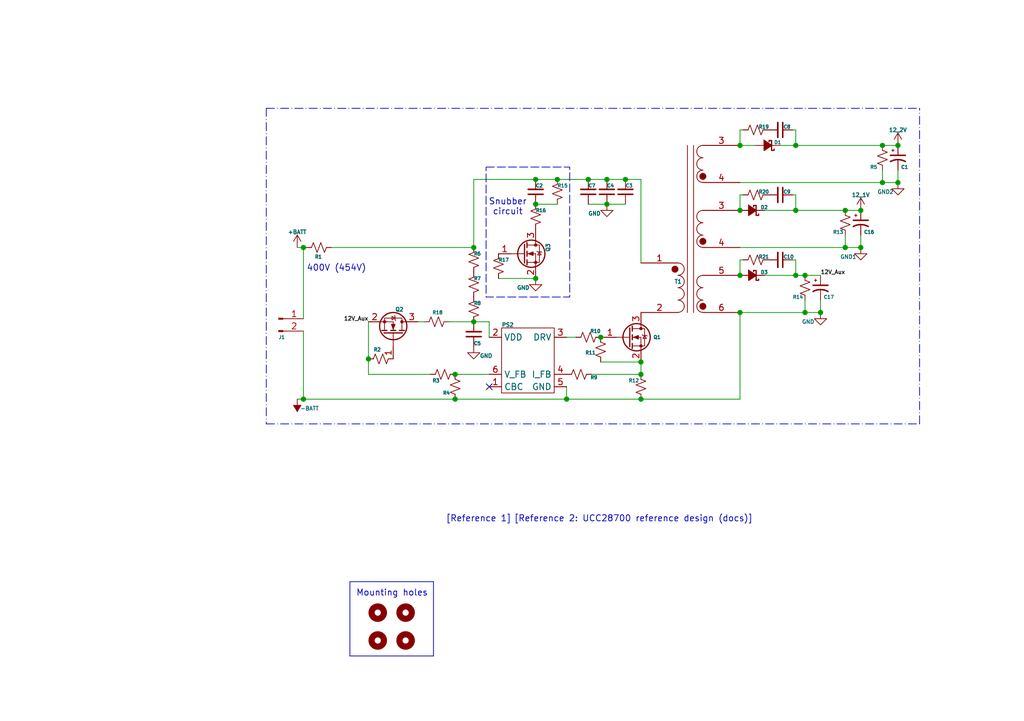
<source format=kicad_sch>
(kicad_sch (version 20231120) (generator "eeschema") (generator_version "8.0")
  (paper "A5")
  (title_block (title "DC-DC step down, flyback converter") (date "2024-07-25") (rev "v1.0") (comment 1 "400V (454V) --> 12V (14.4V)"))
  (lib_symbols
    (symbol "Connector:Conn_01x02_Male" (pin_names (offset 1.016) hide)
      (property "Reference" "J" (at 0 2.54 0))
      (property "Value" "Conn_01x02_Male" (at 0 -5.08 0))
      (symbol "Conn_01x02_Male_1_1"
        (polyline (pts (xy 1.27 -2.54) (xy 0.8636 -2.54)) (stroke (width 0.1524)))
        (polyline (pts (xy 1.27 0) (xy 0.8636 0)) (stroke (width 0.1524)))
        (rectangle (start 0.8636 -2.413) (end 0 -2.667) (stroke (width 0.1524)) (fill (type outline)))
        (rectangle (start 0.8636 0.127) (end 0 -0.127) (stroke (width 0.1524)) (fill (type outline)))
        (pin passive line (at 5.08 0 180) (length 3.81) (name "Pin_1") (number "1"))
        (pin passive line (at 5.08 -2.54 180) (length 3.81) (name "Pin_2") (number "2"))
      )
    )
    (symbol "Custom_symbols:Transformer_1P_2S" (pin_names (offset 1.016) hide)
      (property "Reference" "T" (at -1.905 12.065 0))
      (symbol "Transformer_1P_2S_0_1"
        (arc (start -1.905 0.0254) (mid -1.0211 0.3937) (end -0.635 1.27))
        (arc (start -1.905 2.5654) (mid -1.0211 2.9337) (end -0.635 3.81))
        (arc (start -1.905 5.1054) (mid -1.0211 5.4737) (end -0.635 6.35))
        (arc (start -1.905 7.6454) (mid -1.0211 8.0137) (end -0.635 8.89))
        (arc (start -0.635 1.27) (mid -1.007 2.168) (end -1.905 2.54))
        (arc (start -0.635 3.81) (mid -1.007 4.708) (end -1.905 5.08))
        (arc (start -0.635 6.35) (mid -1.007 7.248) (end -1.905 7.62))
        (arc (start -0.635 8.89) (mid -1.007 9.788) (end -1.905 10.16))
        (polyline (pts (xy 0 0) (xy 0 34.29)))
        (polyline (pts (xy 1.27 34.29) (xy 1.27 0)))
        (arc (start 1.9304 1.27) (mid 2.2949 0.3899) (end 3.175 0.0254))
        (arc (start 1.9304 3.81) (mid 2.2949 2.9299) (end 3.175 2.5654))
        (arc (start 1.9304 6.35) (mid 2.2949 5.4699) (end 3.175 5.1054))
        (arc (start 1.9304 14.605) (mid 2.2949 13.7249) (end 3.175 13.3604))
        (arc (start 1.9304 17.145) (mid 2.2949 16.2649) (end 3.175 15.9004))
        (arc (start 1.9304 19.685) (mid 2.2949 18.8049) (end 3.175 18.4404))
        (arc (start 1.9304 27.94) (mid 2.2949 27.0599) (end 3.175 26.6954))
        (arc (start 1.9304 30.48) (mid 2.2949 29.5999) (end 3.175 29.2354))
        (arc (start 1.9304 33.02) (mid 2.2949 32.1399) (end 3.175 31.7754))
        (arc (start 3.175 2.54) (mid 2.2808 2.1715) (end 1.9304 1.27))
        (arc (start 3.175 5.08) (mid 2.2808 4.7115) (end 1.9304 3.81))
        (arc (start 3.175 7.62) (mid 2.2808 7.2515) (end 1.9304 6.35))
        (arc (start 3.175 15.875) (mid 2.2808 15.5065) (end 1.9304 14.605))
        (arc (start 3.175 18.415) (mid 2.2808 18.0465) (end 1.9304 17.145))
        (arc (start 3.175 20.955) (mid 2.2808 20.5865) (end 1.9304 19.685))
        (arc (start 3.175 29.21) (mid 2.2808 28.8415) (end 1.9304 27.94))
        (arc (start 3.175 31.75) (mid 2.2808 31.3815) (end 1.9304 30.48))
        (arc (start 3.175 34.29) (mid 2.2808 33.9215) (end 1.9304 33.02))
      )
      (symbol "Transformer_1P_2S_1_1"
        (circle (center -2.54 8.89) (radius 0.635) (fill (type outline)))
        (circle (center 3.175 1.27) (radius 0.635) (fill (type outline)))
        (circle (center 3.175 14.605) (radius 0.635) (fill (type outline)))
        (circle (center 3.175 27.94) (radius 0.635) (fill (type outline)))
        (pin passive line (at -9.525 10.16 0) (length 7.62) (name "AA") (number "1"))
        (pin passive line (at -9.525 0 0) (length 7.62) (name "AB") (number "2"))
        (pin passive line (at 10.795 20.955 180) (length 7.62) (name "SA") (number "3"))
        (pin passive line (at 10.795 34.29 180) (length 7.62) (name "SA") (number "3"))
        (pin passive line (at 10.795 13.335 180) (length 7.62) (name "SB") (number "4"))
        (pin passive line (at 10.795 26.67 180) (length 7.62) (name "SB") (number "4"))
        (pin passive line (at 10.795 7.62 180) (length 7.62) (name "SC") (number "5"))
        (pin passive line (at 10.795 0 180) (length 7.62) (name "SD") (number "6"))
      )
    )
    (symbol "Custom_symbols:UCC28700"
      (property "Reference" "PS2" (at 1.27 0.635 0))
      (symbol "UCC28700_0_1"
        (rectangle (start 0 0) (end 10.795 -13.335))
      )
      (symbol "UCC28700_1_1"
        (pin input line (at -2.54 -12.065 0) (length 2.54) (name "CBC") (number "1"))
        (pin power_in line (at -2.54 -1.905 0) (length 2.54) (name "VDD") (number "2"))
        (pin output line (at 13.335 -1.905 180) (length 2.54) (name "DRV") (number "3"))
        (pin input line (at 13.335 -9.525 180) (length 2.54) (name "I_FB") (number "4"))
        (pin power_in line (at 13.335 -12.065 180) (length 2.54) (name "GND") (number "5"))
        (pin input line (at -2.54 -9.525 0) (length 2.54) (name "V_FB") (number "6"))
      )
    )
    (symbol "Device:C_Polarized_Small_US" (pin_numbers hide) (pin_names (offset 0.254) hide)
      (property "Reference" "C" (at 0.254 1.778 0))
      (property "Value" "C_Polarized_Small_US" (at 0.254 -2.032 0))
      (symbol "C_Polarized_Small_US_0_1"
        (polyline (pts (xy -1.524 0.508) (xy 1.524 0.508)) (stroke (width 0.3048)))
        (polyline (pts (xy -1.27 1.524) (xy -0.762 1.524)))
        (polyline (pts (xy -1.016 1.27) (xy -1.016 1.778)))
        (arc (start 1.524 -0.762) (mid 0 -0.3734) (end -1.524 -0.762) (stroke (width 0.3048)))
      )
      (symbol "C_Polarized_Small_US_1_1"
        (pin passive line (at 0 2.54 270) (length 2.032) (name "~") (number "1"))
        (pin passive line (at 0 -2.54 90) (length 2.032) (name "~") (number "2"))
      )
    )
    (symbol "Device:C_Small" (pin_numbers hide) (pin_names (offset 0.254) hide)
      (property "Reference" "C" (at 0.254 1.778 0))
      (property "Value" "C_Small" (at 0.254 -2.032 0))
      (symbol "C_Small_0_1"
        (polyline (pts (xy -1.524 -0.508) (xy 1.524 -0.508)) (stroke (width 0.3302)))
        (polyline (pts (xy -1.524 0.508) (xy 1.524 0.508)) (stroke (width 0.3048)))
      )
      (symbol "C_Small_1_1"
        (pin passive line (at 0 2.54 270) (length 2.032) (name "~") (number "1"))
        (pin passive line (at 0 -2.54 90) (length 2.032) (name "~") (number "2"))
      )
    )
    (symbol "Device:D_Schottky_Small_Filled" (pin_numbers hide) (pin_names (offset 0.254) hide)
      (property "Reference" "D" (at -1.27 2.032 0))
      (property "Value" "D_Schottky_Small_Filled" (at -7.112 -2.032 0))
      (symbol "D_Schottky_Small_Filled_0_1"
        (polyline (pts (xy -0.762 0) (xy 0.762 0)))
        (polyline (pts (xy 0.762 -1.016) (xy -0.762 0) (xy 0.762 1.016) (xy 0.762 -1.016)) (stroke (width 0.254)) (fill (type outline)))
        (polyline (pts (xy -1.27 0.762) (xy -1.27 1.016) (xy -0.762 1.016) (xy -0.762 -1.016) (xy -0.254 -1.016) (xy -0.254 -0.762)) (stroke (width 0.254)))
      )
      (symbol "D_Schottky_Small_Filled_1_1"
        (pin passive line (at -2.54 0 0) (length 1.778) (name "K") (number "1"))
        (pin passive line (at 2.54 0 180) (length 1.778) (name "A") (number "2"))
      )
    )
    (symbol "Device:Q_NMOS_GSD" (pin_names (offset 0) hide)
      (property "Reference" "Q" (at 5.08 1.27 0))
      (property "Value" "Q_NMOS_GSD" (at 5.08 -1.27 0))
      (symbol "Q_NMOS_GSD_0_1"
        (polyline (pts (xy 0.254 0) (xy -2.54 0)))
        (polyline (pts (xy 0.254 1.905) (xy 0.254 -1.905)) (stroke (width 0.254)))
        (polyline (pts (xy 0.762 -1.27) (xy 0.762 -2.286)) (stroke (width 0.254)))
        (polyline (pts (xy 0.762 0.508) (xy 0.762 -0.508)) (stroke (width 0.254)))
        (polyline (pts (xy 0.762 2.286) (xy 0.762 1.27)) (stroke (width 0.254)))
        (polyline (pts (xy 2.54 2.54) (xy 2.54 1.778)))
        (polyline (pts (xy 2.54 -2.54) (xy 2.54 0) (xy 0.762 0)))
        (polyline (pts (xy 0.762 -1.778) (xy 3.302 -1.778) (xy 3.302 1.778) (xy 0.762 1.778)))
        (polyline (pts (xy 1.016 0) (xy 2.032 0.381) (xy 2.032 -0.381) (xy 1.016 0)) (fill (type outline)))
        (polyline (pts (xy 2.794 0.508) (xy 2.921 0.381) (xy 3.683 0.381) (xy 3.81 0.254)))
        (polyline (pts (xy 3.302 0.381) (xy 2.921 -0.254) (xy 3.683 -0.254) (xy 3.302 0.381)))
        (circle (center 1.651 0) (radius 2.794) (stroke (width 0.254)))
        (circle (center 2.54 -1.778) (radius 0.254) (fill (type outline)))
        (circle (center 2.54 1.778) (radius 0.254) (fill (type outline)))
      )
      (symbol "Q_NMOS_GSD_1_1"
        (pin input line (at -5.08 0 0) (length 2.54) (name "G") (number "1"))
        (pin passive line (at 2.54 -5.08 90) (length 2.54) (name "S") (number "2"))
        (pin passive line (at 2.54 5.08 270) (length 2.54) (name "D") (number "3"))
      )
    )
    (symbol "Device:R_Small_US" (pin_numbers hide) (pin_names (offset 0.254) hide)
      (property "Reference" "R" (at 0.762 0.508 0))
      (property "Value" "R_Small_US" (at 0.762 -1.016 0))
      (symbol "R_Small_US_1_1"
        (polyline (pts (xy 0 0) (xy 1.016 -0.381) (xy 0 -0.762) (xy -1.016 -1.143) (xy 0 -1.524)))
        (polyline (pts (xy 0 1.524) (xy 1.016 1.143) (xy 0 0.762) (xy -1.016 0.381) (xy 0 0)))
        (pin passive line (at 0 2.54 270) (length 1.016) (name "~") (number "1"))
        (pin passive line (at 0 -2.54 90) (length 1.016) (name "~") (number "2"))
      )
    )
    (symbol "Mechanical:MountingHole" (pin_names (offset 1.016))
      (property "Reference" "H" (at 0 5.08 0))
      (property "Value" "MountingHole" (at 0 3.175 0))
      (symbol "MountingHole_0_1"
        (circle (center 0 0) (radius 1.27) (stroke (width 1.27)))
      )
    )
    (symbol "power:+12V" (power) (pin_names (offset 0))
      (property "Value" "+12V" (at 0 3.556 0))
      (symbol "+12V_0_1"
        (polyline (pts (xy -0.762 1.27) (xy 0 2.54)))
        (polyline (pts (xy 0 0) (xy 0 2.54)))
        (polyline (pts (xy 0 2.54) (xy 0.762 1.27)))
      )
      (symbol "+12V_1_1"
        (pin power_in line (at 0 0 90) (length 0) hide (name "+12V") (number "1"))
      )
    )
    (symbol "power:+BATT" (power) (pin_names (offset 0))
      (property "Value" "+BATT" (at 0 3.556 0))
      (symbol "+BATT_0_1"
        (polyline (pts (xy -0.762 1.27) (xy 0 2.54)))
        (polyline (pts (xy 0 0) (xy 0 2.54)))
        (polyline (pts (xy 0 2.54) (xy 0.762 1.27)))
      )
      (symbol "+BATT_1_1"
        (pin power_in line (at 0 0 90) (length 0) hide (name "+BATT") (number "1"))
      )
    )
    (symbol "power:-BATT" (power) (pin_names (offset 0))
      (property "Value" "-BATT" (at 0 3.556 0))
      (symbol "-BATT_0_1"
        (polyline (pts (xy 0 0) (xy 0 2.54)))
        (polyline (pts (xy 0.762 1.27) (xy -0.762 1.27) (xy 0 2.54) (xy 0.762 1.27)) (fill (type outline)))
      )
      (symbol "-BATT_1_1"
        (pin power_in line (at 0 0 90) (length 0) hide (name "-BATT") (number "1"))
      )
    )
    (symbol "power:GND1" (power) (pin_names (offset 0))
      (property "Value" "GND1" (at 0 -3.81 0))
      (symbol "GND1_0_1"
        (polyline (pts (xy 0 0) (xy 0 -1.27) (xy 1.27 -1.27) (xy 0 -2.54) (xy -1.27 -1.27) (xy 0 -1.27)))
      )
      (symbol "GND1_1_1"
        (pin power_in line (at 0 0 270) (length 0) hide (name "GND1") (number "1"))
      )
    )
  )
  (junction (at 131.445 74.295))
  (junction (at 97.155 50.8))
  (junction (at 173.355 50.8))
  (junction (at 151.765 64.135))
  (junction (at 184.15 37.465))
  (junction (at 165.1 56.515))
  (junction (at 116.205 81.915))
  (junction (at 151.765 56.515))
  (junction (at 176.53 43.18))
  (junction (at 62.23 81.915))
  (junction (at 176.53 50.8))
  (junction (at 109.855 36.83))
  (junction (at 180.975 29.845))
  (junction (at 151.765 29.845))
  (junction (at 97.155 66.04))
  (junction (at 180.975 37.465))
  (junction (at 184.15 29.845))
  (junction (at 109.855 57.15))
  (junction (at 151.765 43.18))
  (junction (at 165.1 64.135))
  (junction (at 75.565 73.66))
  (junction (at 124.46 41.91))
  (junction (at 93.345 76.835))
  (junction (at 62.23 50.8))
  (junction (at 124.46 36.83))
  (junction (at 109.855 41.91))
  (junction (at 128.27 36.83))
  (junction (at 163.195 29.845))
  (junction (at 131.445 81.915))
  (junction (at 131.445 76.835))
  (junction (at 168.275 64.135))
  (junction (at 123.19 69.215))
  (junction (at 163.195 56.515))
  (junction (at 114.3 36.83))
  (junction (at 163.195 43.18))
  (junction (at 173.355 43.18))
  (junction (at 120.65 36.83))
  (junction (at 93.345 81.915))
  (no_connect (at 100.33 79.375))
  (wire (pts (xy 131.445 36.83) (xy 131.445 53.975)))
  (wire (pts (xy 184.15 37.465) (xy 180.975 37.465)))
  (wire (pts (xy 163.195 40.005) (xy 163.195 43.18)))
  (wire (pts (xy 124.46 41.91) (xy 128.27 41.91)))
  (wire (pts (xy 97.155 66.04) (xy 100.33 66.04)))
  (wire (pts (xy 62.865 50.8) (xy 62.23 50.8)))
  (wire (pts (xy 151.765 53.34) (xy 152.4 53.34)))
  (wire (pts (xy 75.565 66.04) (xy 75.565 73.66)))
  (wire (pts (xy 151.765 40.005) (xy 152.4 40.005)))
  (wire (pts (xy 128.27 36.83) (xy 131.445 36.83)))
  (polyline (pts (xy 71.755 119.38) (xy 71.755 134.62)))
  (wire (pts (xy 62.23 50.8) (xy 62.23 65.405)))
  (wire (pts (xy 163.195 53.34) (xy 163.195 56.515)))
  (polyline (pts (xy 54.61 22.225) (xy 188.595 22.225)) (stroke (width 0) (type dash_dot)))
  (wire (pts (xy 176.53 43.18) (xy 173.355 43.18)))
  (wire (pts (xy 85.725 66.04) (xy 86.995 66.04)))
  (wire (pts (xy 184.15 29.845) (xy 180.975 29.845)))
  (wire (pts (xy 151.765 40.005) (xy 151.765 43.18)))
  (wire (pts (xy 176.53 48.26) (xy 176.53 50.8)))
  (polyline (pts (xy 71.755 134.62) (xy 88.9 134.62)))
  (wire (pts (xy 151.765 64.135) (xy 165.1 64.135)))
  (wire (pts (xy 124.46 36.83) (xy 128.27 36.83)))
  (wire (pts (xy 120.65 36.83) (xy 124.46 36.83)))
  (wire (pts (xy 162.56 26.67) (xy 163.195 26.67)))
  (wire (pts (xy 165.1 56.515) (xy 168.275 56.515)))
  (wire (pts (xy 131.445 81.915) (xy 151.765 81.915)))
  (polyline (pts (xy 54.61 86.995) (xy 188.595 86.995)) (stroke (width 0) (type dash_dot)))
  (polyline (pts (xy 188.595 86.995) (xy 188.595 22.225)) (stroke (width 0) (type dash_dot)))
  (wire (pts (xy 100.33 66.04) (xy 100.33 69.215)))
  (wire (pts (xy 154.94 29.845) (xy 151.765 29.845)))
  (wire (pts (xy 121.285 76.835) (xy 131.445 76.835)))
  (wire (pts (xy 163.195 29.845) (xy 160.02 29.845)))
  (wire (pts (xy 173.355 43.18) (xy 163.195 43.18)))
  (polyline (pts (xy 88.9 134.62) (xy 88.9 119.38)))
  (wire (pts (xy 131.445 74.295) (xy 131.445 76.835)))
  (wire (pts (xy 162.56 40.005) (xy 163.195 40.005)))
  (wire (pts (xy 162.56 53.34) (xy 163.195 53.34)))
  (wire (pts (xy 123.19 69.215) (xy 123.825 69.215)))
  (wire (pts (xy 93.345 76.835) (xy 100.33 76.835)))
  (wire (pts (xy 109.855 41.91) (xy 114.3 41.91)))
  (wire (pts (xy 75.565 76.835) (xy 88.265 76.835)))
  (wire (pts (xy 102.235 57.15) (xy 109.855 57.15)))
  (wire (pts (xy 92.075 66.04) (xy 97.155 66.04)))
  (wire (pts (xy 62.23 67.945) (xy 62.23 81.915)))
  (wire (pts (xy 97.155 36.83) (xy 109.855 36.83)))
  (wire (pts (xy 123.19 74.295) (xy 131.445 74.295)))
  (wire (pts (xy 151.765 26.67) (xy 151.765 29.845)))
  (wire (pts (xy 75.565 73.66) (xy 75.565 76.835)))
  (wire (pts (xy 60.96 81.915) (xy 62.23 81.915)))
  (wire (pts (xy 151.765 53.34) (xy 151.765 56.515)))
  (wire (pts (xy 116.205 79.375) (xy 116.205 81.915)))
  (wire (pts (xy 156.845 56.515) (xy 163.195 56.515)))
  (polyline (pts (xy 71.755 119.38) (xy 88.9 119.38)))
  (wire (pts (xy 176.53 50.8) (xy 173.355 50.8)))
  (wire (pts (xy 151.765 26.67) (xy 152.4 26.67)))
  (wire (pts (xy 180.975 29.845) (xy 163.195 29.845)))
  (wire (pts (xy 151.765 64.135) (xy 151.765 81.915)))
  (wire (pts (xy 163.195 43.18) (xy 156.845 43.18)))
  (wire (pts (xy 62.23 50.8) (xy 60.96 50.8)))
  (wire (pts (xy 97.155 36.83) (xy 97.155 50.8)))
  (wire (pts (xy 168.275 61.595) (xy 168.275 64.135)))
  (wire (pts (xy 151.765 50.8) (xy 173.355 50.8)))
  (polyline (pts (xy 54.61 22.225) (xy 54.61 86.995)) (stroke (width 0) (type dash_dot)))
  (wire (pts (xy 180.975 34.925) (xy 180.975 37.465)))
  (wire (pts (xy 109.855 36.83) (xy 114.3 36.83)))
  (wire (pts (xy 165.1 64.135) (xy 168.275 64.135)))
  (wire (pts (xy 151.765 37.465) (xy 180.975 37.465)))
  (wire (pts (xy 114.3 36.83) (xy 120.65 36.83)))
  (wire (pts (xy 184.15 34.925) (xy 184.15 37.465)))
  (wire (pts (xy 120.65 41.91) (xy 124.46 41.91)))
  (wire (pts (xy 62.23 81.915) (xy 93.345 81.915)))
  (wire (pts (xy 118.11 69.215) (xy 116.205 69.215)))
  (wire (pts (xy 163.195 26.67) (xy 163.195 29.845)))
  (wire (pts (xy 93.345 81.915) (xy 116.205 81.915)))
  (wire (pts (xy 163.195 56.515) (xy 165.1 56.515)))
  (wire (pts (xy 165.1 61.595) (xy 165.1 64.135)))
  (wire (pts (xy 67.945 50.8) (xy 97.155 50.8)))
  (wire (pts (xy 116.205 81.915) (xy 131.445 81.915)))
  (wire (pts (xy 173.355 48.26) (xy 173.355 50.8)))
  (rectangle (start 99.695 34.29) (end 116.84 60.96) (stroke (width 0) (type dash)))
  (text "400V (454V)" (at 62.865 55.88 0) (effects (font (size 1.27 1.27)) (justify left bottom)))
  (text "[Reference 2: UCC28700 reference design (docs)]" (at 105.41 107.315 0) (effects (font (size 1.27 1.27)) (justify left bottom)))
  (text "[Reference 1]" (at 91.44 107.315 0) (effects (font (size 1.27 1.27)) (justify left bottom)))
  (text "Mounting holes" (at 73.025 122.555 0) (effects (font (size 1.27 1.27)) (justify left bottom)))
  (text "Snubber\ncircuit" (at 104.14 42.545 0) (effects (font (size 1.27 1.27))))
  (label "12V_Aux" (at 168.275 56.515 0) (effects (font (size 0.8 0.8))))
  (label "12V_Aux" (at 75.565 66.04 180) (effects (font (size 0.8 0.8))))
  (symbol (lib_id "Device:C_Small") (at 109.855 39.37 180) (unit 1)
    (property "Reference" "C2" (at 109.855 38.1 0) (effects (font (size 0.7 0.7)) (justify right)))
    (property "Value" "10pF 10V" (effects (hide yes)))
    (property "Footprint" "Capacitor_SMD:C_0805_2012Metric" (effects (hide yes)))
  )
  (symbol (lib_id "Device:R_Small_US") (at 180.975 32.385 0) (unit 1)
    (property "Reference" "R5" (at 178.435 34.29 0) (effects (font (size 0.7 0.7)) (justify left)))
    (property "Value" "100R 0.125W" (effects (hide yes)))
    (property "Footprint" "Resistor_SMD:R_0805_2012Metric" (effects (hide yes)))
  )
  (symbol (lib_id "Device:R_Small_US") (at 131.445 79.375 0) (unit 1)
    (property "Reference" "R12" (at 128.905 78.105 0) (effects (font (size 0.7 0.7)) (justify left)))
    (property "Value" "0.400E, 1W, 1206" (effects (hide yes)))
    (property "Footprint" "Resistor_SMD:R_1206_3216Metric" (effects (hide yes)))
  )
  (symbol (lib_id "Device:R_Small_US") (at 93.345 79.375 0) (unit 1)
    (property "Reference" "R4" (at 90.805 80.645 0) (effects (font (size 0.7 0.7)) (justify left)))
    (property "Value" "28K, 0.100W, 0402" (effects (hide yes)))
    (property "Footprint" "Resistor_SMD:R_0402_1005Metric" (effects (hide yes)))
  )
  (symbol (lib_id "Device:C_Small") (at 160.02 40.005 270) (unit 1)
    (property "Reference" "C9" (at 160.655 39.37 90) (effects (font (size 0.7 0.7)) (justify left)))
    (property "Value" "10uF 630V" (effects (hide yes)))
    (property "Footprint" "Capacitor_SMD:C_1210_3225Metric" (effects (hide yes)))
  )
  (symbol (lib_id "Device:C_Small") (at 124.46 39.37 180) (unit 1)
    (property "Reference" "C4" (at 124.46 38.1 0) (effects (font (size 0.7 0.7)) (justify right)))
    (property "Value" "10uF 630V" (effects (hide yes)))
    (property "Footprint" "Capacitor_SMD:C_1210_3225Metric" (effects (hide yes)))
  )
  (symbol (lib_id "power:GND1") (at 124.46 41.91 0) (mirror y) (unit 1)
    (property "Reference" "#PWR08" (effects (hide yes)))
    (property "Value" "GND" (at 121.92 43.815 0) (effects (font (size 0.8 0.8))))
  )
  (symbol (lib_id "power:-BATT") (at 60.96 81.915 180) (unit 1)
    (property "Reference" "#PWR04" (effects (hide yes)))
    (property "Value" "-BATT" (at 63.5 83.82 0) (effects (font (size 0.8 0.8))))
  )
  (symbol (lib_id "power:GND1") (at 97.155 71.12 0) (mirror y) (unit 1)
    (property "Reference" "#PWR07" (effects (hide yes)))
    (property "Value" "GND" (at 99.695 73.025 0) (effects (font (size 0.8 0.8))))
  )
  (symbol (lib_id "Device:Q_NMOS_GSD") (at 128.905 69.215 0) (unit 1)
    (property "Reference" "Q1" (at 133.985 69.215 0) (effects (font (size 0.7 0.7)) (justify left)))
    (property "Value" "1200V 0.5A NMOS" (effects (hide yes)))
    (property "Footprint" "Custom_footprints:SiC - NTBG1000N170M1" (effects (hide yes)))
    (property "Vendor" "https://in.element14.com/onsemi/ntbg1000n170m1/sic-mosfet-n-ch-1-7kv-4-3a-d2pak/dp/4244651" (effects (hide yes)))
    (property "MPN" "ntbg1000n170m1" (effects (hide yes)))
  )
  (symbol (lib_id "power:+12V") (at 184.15 29.845 0) (unit 1)
    (property "Reference" "#PWR01" (effects (hide yes)))
    (property "Value" "12_2V" (at 184.15 26.67 0) (effects (font (size 0.8 0.8))))
  )
  (symbol (lib_id "Mechanical:MountingHole") (at 77.47 131.445 0) (unit 1) (in_bom no)
    (property "Reference" "H2" (effects (hide yes)))
    (property "Value" "MountingHole" (effects (hide yes)))
    (property "Footprint" "MountingHole:MountingHole_2.2mm_M2_Pad_Via" (effects (hide yes)))
  )
  (symbol (lib_id "Device:R_Small_US") (at 154.94 53.34 270) (unit 1)
    (property "Reference" "R21" (at 155.575 52.705 90) (effects (font (size 0.7 0.7)) (justify left)))
    (property "Value" "453K" (effects (hide yes)))
    (property "Footprint" "Resistor_SMD:R_0805_2012Metric" (effects (hide yes)))
    (property "Vendor" "https://in.element14.com/koa/rk73h2attd4533f/res-453k-1-0-25w-0805/dp/3542796" (effects (hide yes)))
  )
  (symbol (lib_id "Device:R_Small_US") (at 154.94 26.67 270) (unit 1)
    (property "Reference" "R19" (at 155.575 26.035 90) (effects (font (size 0.7 0.7)) (justify left)))
    (property "Value" "453K" (effects (hide yes)))
    (property "Footprint" "Resistor_SMD:R_0805_2012Metric" (effects (hide yes)))
    (property "Vendor" "https://in.element14.com/koa/rk73h2attd4533f/res-453k-1-0-25w-0805/dp/3542796" (effects (hide yes)))
  )
  (symbol (lib_id "Device:R_Small_US") (at 78.105 73.66 90) (unit 1)
    (property "Reference" "R2" (at 78.105 71.755 90) (effects (font (size 0.7 0.7)) (justify left)))
    (property "Value" "453K" (effects (hide yes)))
    (property "Footprint" "Resistor_SMD:R_0805_2012Metric" (effects (hide yes)))
    (property "Vendor" "https://in.element14.com/koa/rk73h2attd4533f/res-453k-1-0-25w-0805/dp/3542796" (effects (hide yes)))
  )
  (symbol (lib_id "Device:R_Small_US") (at 97.155 63.5 0) (mirror x) (unit 1)
    (property "Reference" "R8" (at 97.155 62.23 0) (effects (font (size 0.7 0.7)) (justify left)))
    (property "Value" "2M 0.125W" (effects (hide yes)))
    (property "Footprint" "Resistor_SMD:R_1206_3216Metric" (effects (hide yes)))
    (property "Vendor" "https://in.element14.com/walsin/wr12w2004ftl/res-2m-1-0-25w-1206-thick-film/dp/2668302" (effects (hide yes)))
    (property "MPN" "wr12w2004ftl" (effects (hide yes)))
  )
  (symbol (lib_id "Device:R_Small_US") (at 123.19 71.755 0) (unit 1)
    (property "Reference" "R11" (at 120.015 72.39 0) (effects (font (size 0.7 0.7)) (justify left)))
    (property "Value" "10K" (effects (hide yes)))
    (property "Footprint" "Resistor_SMD:R_0805_2012Metric" (effects (hide yes)))
  )
  (symbol (lib_id "Device:D_Schottky_Small_Filled") (at 154.305 43.18 180) (unit 1)
    (property "Reference" "D2" (at 157.48 42.545 0) (effects (font (size 0.7 0.7)) (justify left)))
    (property "Value" "25V 2.5A" (effects (hide yes)))
    (property "Footprint" "Custom_footprints:DO-220AA" (effects (hide yes)))
    (property "Vendor" "https://in.element14.com/vishay/v3pm10-m3-h/schottky-rectifier-100v-3a-smp/dp/3774969" (effects (hide yes)))
  )
  (symbol (lib_id "Device:R_Small_US") (at 90.805 76.835 90) (unit 1)
    (property "Reference" "R3" (at 90.17 78.105 90) (effects (font (size 0.7 0.7)) (justify left)))
    (property "Value" "113K, 0.100W, 0402" (effects (hide yes)))
    (property "Footprint" "Resistor_SMD:R_0402_1005Metric" (effects (hide yes)))
  )
  (symbol (lib_id "power:+BATT") (at 60.96 50.8 0) (unit 1)
    (property "Reference" "#PWR03" (effects (hide yes)))
    (property "Value" "+BATT" (at 60.96 47.625 0) (effects (font (size 0.8 0.8))))
  )
  (symbol (lib_id "Device:D_Schottky_Small_Filled") (at 157.48 29.845 180) (unit 1)
    (property "Reference" "D1" (at 158.75 29.21 0) (effects (font (size 0.7 0.7)) (justify right)))
    (property "Value" "25V 2.5A" (effects (hide yes)))
    (property "Footprint" "Custom_footprints:DO-220AA" (effects (hide yes)))
    (property "Vendor" "https://in.element14.com/vishay/v3pm10-m3-h/schottky-rectifier-100v-3a-smp/dp/3774969" (effects (hide yes)))
  )
  (symbol (lib_id "Device:R_Small_US") (at 154.94 40.005 270) (unit 1)
    (property "Reference" "R20" (at 155.575 39.37 90) (effects (font (size 0.7 0.7)) (justify left)))
    (property "Value" "453K" (effects (hide yes)))
    (property "Footprint" "Resistor_SMD:R_0805_2012Metric" (effects (hide yes)))
    (property "Vendor" "https://in.element14.com/koa/rk73h2attd4533f/res-453k-1-0-25w-0805/dp/3542796" (effects (hide yes)))
  )
  (symbol (lib_id "Device:C_Small") (at 160.02 53.34 270) (unit 1)
    (property "Reference" "C10" (at 160.655 52.705 90) (effects (font (size 0.7 0.7)) (justify left)))
    (property "Value" "10uF 630V" (effects (hide yes)))
    (property "Footprint" "Capacitor_SMD:C_1210_3225Metric" (effects (hide yes)))
  )
  (symbol (lib_id "Custom_symbols:UCC28700") (at 102.87 67.31 0) (unit 1)
    (property "Reference" "PS2" (at 104.14 66.675 0) (effects (font (size 0.8 0.8))))
    (property "Value" "UCC28700" (effects (hide yes)))
    (property "Footprint" "Package_TO_SOT_SMD:SOT-23-6" (effects (hide yes)))
    (property "Datasheet" "https://www.ti.com/lit/ds/symlink/ucc28700.pdf?ts=1707815295454&ref_url=https%253A%252F%252Fwww.ti.com%252Fproduct%252FUCC28700" (effects (hide yes)))
    (property "MPN" "ucc28700cbvt" (effects (hide yes)))
  )
  (symbol (lib_id "Device:Q_NMOS_GSD") (at 107.315 52.07 0) (unit 1)
    (property "Reference" "Q3" (at 112.395 50.8 90) (effects (font (size 0.8 0.8))))
    (property "Value" "NMOS 1200V 0.1A" (effects (hide yes)))
    (property "Description" "N-MOSFET transistor, gate/source/drain" (effects (hide yes)))
    (property "Vendor" "https://in.element14.com/littelfuse/ixty02n120p/mosfet-n-ch-1-2kv-0-2a-to-252/dp/3771796" (effects (hide yes)))
    (property "MPN" "ixty02n120p" (effects (hide yes)))
  )
  (symbol (lib_id "Device:R_Small_US") (at 114.3 39.37 0) (mirror y) (unit 1)
    (property "Reference" "R15" (at 114.3 38.1 0) (effects (font (size 0.7 0.7)) (justify right)))
    (property "Value" "453K" (effects (hide yes)))
    (property "Footprint" "Resistor_SMD:R_0805_2012Metric" (effects (hide yes)))
    (property "Vendor" "https://in.element14.com/koa/rk73h2attd4533f/res-453k-1-0-25w-0805/dp/3542796" (effects (hide yes)))
  )
  (symbol (lib_id "Device:R_Small_US") (at 65.405 50.8 90) (unit 1)
    (property "Reference" "R1" (at 66.04 52.705 90) (effects (font (size 0.7 0.7)) (justify left)))
    (property "Value" "15E 1W 1206" (effects (hide yes)))
    (property "Footprint" "Resistor_SMD:R_1206_3216Metric" (effects (hide yes)))
  )
  (symbol (lib_id "Device:R_Small_US") (at 118.745 76.835 90) (unit 1)
    (property "Reference" "R9" (at 122.555 77.47 90) (effects (font (size 0.7 0.7)) (justify left)))
    (property "Value" "7.15K, 0.0625W, 0402" (effects (hide yes)))
    (property "Footprint" "Resistor_SMD:R_0402_1005Metric" (effects (hide yes)))
  )
  (symbol (lib_id "Device:R_Small_US") (at 120.65 69.215 90) (unit 1)
    (property "Reference" "R10" (at 123.19 67.945 90) (effects (font (size 0.7 0.7)) (justify left)))
    (property "Value" "10R 0.125W" (effects (hide yes)))
    (property "Footprint" "Resistor_SMD:R_0805_2012Metric" (effects (hide yes)))
  )
  (symbol (lib_id "Mechanical:MountingHole") (at 83.185 131.445 0) (unit 1) (in_bom no)
    (property "Reference" "H4" (effects (hide yes)))
    (property "Value" "MountingHole" (effects (hide yes)))
    (property "Footprint" "MountingHole:MountingHole_2.2mm_M2_Pad_Via" (effects (hide yes)))
  )
  (symbol (lib_id "Device:R_Small_US") (at 173.355 45.72 0) (unit 1)
    (property "Reference" "R13" (at 170.815 47.625 0) (effects (font (size 0.7 0.7)) (justify left)))
    (property "Value" "100R 0.125W" (effects (hide yes)))
    (property "Footprint" "Resistor_SMD:R_0805_2012Metric" (effects (hide yes)))
  )
  (symbol (lib_id "power:+12V") (at 176.53 43.18 0) (unit 1)
    (property "Reference" "#PWR031" (effects (hide yes)))
    (property "Value" "12_1V" (at 176.53 40.005 0) (effects (font (size 0.8 0.8))))
  )
  (symbol (lib_id "Device:R_Small_US") (at 97.155 53.34 0) (mirror x) (unit 1)
    (property "Reference" "R6" (at 97.155 52.07 0) (effects (font (size 0.7 0.7)) (justify left)))
    (property "Value" "1M 0.125W 1206" (effects (hide yes)))
    (property "Footprint" "Resistor_SMD:R_1206_3216Metric" (effects (hide yes)))
    (property "Vendor" "https://in.element14.com/multicomp-pro/mcwr12x105-jtl/res-thick-film-1m-5-0-25w-1206/dp/2695121" (effects (hide yes)))
    (property "MPN" "mcwr12x105-jtl" (effects (hide yes)))
  )
  (symbol (lib_id "Device:C_Small") (at 97.155 68.58 180) (unit 1)
    (property "Reference" "C5" (at 97.155 70.485 0) (effects (font (size 0.7 0.7)) (justify right)))
    (property "Value" "0.1uF 630V" (effects (hide yes)))
    (property "Footprint" "Capacitor_SMD:C_1210_3225Metric" (effects (hide yes)))
    (property "Vendor" "https://in.element14.com/samsung-electro-mechanics/cl31b225kchsnne/cap-2-2uf-100v-mlcc-1206/dp/3013529" (effects (hide yes)))
  )
  (symbol (lib_id "Connector:Conn_01x02_Male") (at 57.15 65.405 0) (unit 1)
    (property "Reference" "J1" (at 57.785 69.215 0) (effects (font (size 0.7 0.7))))
    (property "Value" "2pin JST P2.0mm horizontal" (effects (hide yes)))
    (property "Footprint" "Connector_JST:JST_PH_S2B-PH-K_1x02_P2.00mm_Horizontal" (effects (hide yes)))
    (property "Datasheet" "https://www.sunrom.com/p/2-pin-jst-ph-20mm-smt-header-horizontal-right-angle-side-entry" (effects (hide yes)))
    (property "Vendor" "Toyo" (effects (hide yes)))
  )
  (symbol (lib_id "Device:C_Small") (at 128.27 39.37 180) (unit 1)
    (property "Reference" "C3" (at 128.27 38.1 0) (effects (font (size 0.7 0.7)) (justify right)))
    (property "Value" "10uF 630V" (effects (hide yes)))
    (property "Footprint" "Capacitor_SMD:C_1210_3225Metric" (effects (hide yes)))
  )
  (symbol (lib_id "Device:C_Small") (at 120.65 39.37 180) (unit 1)
    (property "Reference" "C7" (at 120.65 38.1 0) (effects (font (size 0.7 0.7)) (justify right)))
    (property "Value" "10uF 630V" (effects (hide yes)))
    (property "Footprint" "Capacitor_SMD:C_1210_3225Metric" (effects (hide yes)))
  )
  (symbol (lib_id "Device:C_Small") (at 160.02 26.67 270) (unit 1)
    (property "Reference" "C8" (at 160.655 26.035 90) (effects (font (size 0.7 0.7)) (justify left)))
    (property "Value" "10uF 630V" (effects (hide yes)))
    (property "Footprint" "Capacitor_SMD:C_1210_3225Metric" (effects (hide yes)))
  )
  (symbol (lib_id "Device:R_Small_US") (at 102.235 54.61 0) (mirror y) (unit 1)
    (property "Reference" "R17" (at 102.235 53.34 0) (effects (font (size 0.7 0.7)) (justify right)))
    (property "Value" "453K" (effects (hide yes)))
    (property "Footprint" "Resistor_SMD:R_0805_2012Metric" (effects (hide yes)))
    (property "Vendor" "https://in.element14.com/koa/rk73h2attd4533f/res-453k-1-0-25w-0805/dp/3542796" (effects (hide yes)))
  )
  (symbol (lib_id "Device:R_Small_US") (at 89.535 66.04 90) (unit 1)
    (property "Reference" "R18" (at 90.805 64.135 90) (effects (font (size 0.7 0.7)) (justify left)))
    (property "Value" "22E, 0.75W, 1206" (effects (hide yes)))
    (property "Footprint" "Resistor_SMD:R_1206_3216Metric" (effects (hide yes)))
  )
  (symbol (lib_id "Device:D_Schottky_Small_Filled") (at 154.305 56.515 180) (unit 1)
    (property "Reference" "D3" (at 157.48 55.88 0) (effects (font (size 0.7 0.7)) (justify left)))
    (property "Value" "25V 2.5A" (effects (hide yes)))
    (property "Footprint" "Custom_footprints:DO-220AA" (effects (hide yes)))
    (property "Vendor" "https://in.element14.com/vishay/v3pm10-m3-h/schottky-rectifier-100v-3a-smp/dp/3774969" (effects (hide yes)))
  )
  (symbol (lib_id "power:GND1") (at 176.53 50.8 0) (mirror y) (unit 1)
    (property "Reference" "#PWR032" (effects (hide yes)))
    (property "Value" "GND1" (at 173.99 52.705 0) (effects (font (size 0.8 0.8))))
  )
  (symbol (lib_id "Device:C_Polarized_Small_US") (at 176.53 45.72 0) (unit 1)
    (property "Reference" "C16" (at 177.165 47.625 0) (effects (font (size 0.7 0.7)) (justify left)))
    (property "Value" "270uF 25V" (effects (hide yes)))
    (property "Footprint" "Capacitor_SMD:CP_Elec_10x10.5" (effects (hide yes)))
    (property "Vendor" "https://in.element14.com/multicomp/mcvvt035m221fb3l/cap-220-f-35v-smd/dp/2611386" (effects (hide yes)))
  )
  (symbol (lib_id "Mechanical:MountingHole") (at 77.47 125.73 0) (unit 1) (in_bom no)
    (property "Reference" "H1" (effects (hide yes)))
    (property "Value" "MountingHole" (effects (hide yes)))
    (property "Footprint" "MountingHole:MountingHole_2.2mm_M2_Pad_Via" (effects (hide yes)))
  )
  (symbol (lib_id "Device:R_Small_US") (at 109.855 44.45 0) (mirror y) (unit 1)
    (property "Reference" "R16" (at 109.855 43.18 0) (effects (font (size 0.7 0.7)) (justify right)))
    (property "Value" "453K" (effects (hide yes)))
    (property "Footprint" "Resistor_SMD:R_0805_2012Metric" (effects (hide yes)))
    (property "Vendor" "https://in.element14.com/koa/rk73h2attd4533f/res-453k-1-0-25w-0805/dp/3542796" (effects (hide yes)))
  )
  (symbol (lib_id "power:GND1") (at 109.855 57.15 0) (mirror y) (unit 1)
    (property "Reference" "#PWR06" (effects (hide yes)))
    (property "Value" "GND" (at 107.315 59.055 0) (effects (font (size 0.8 0.8))))
  )
  (symbol (lib_id "Custom_symbols:Transformer_1P_2S") (at 140.97 64.135 0) (unit 1)
    (property "Reference" "T1" (at 139.065 57.785 0) (effects (font (size 0.8 0.8))))
    (property "Value" "Transformer_1P_2S" (effects (hide yes)))
    (property "Footprint" "Transformer_SMD:Pulse_PA2777NL" (effects (hide yes)))
    (property "Description" "Transformer, single primary, dual secondary" (effects (hide yes)))
  )
  (symbol (lib_id "Mechanical:MountingHole") (at 83.185 125.73 0) (unit 1) (in_bom no)
    (property "Reference" "H3" (effects (hide yes)))
    (property "Value" "MountingHole" (effects (hide yes)))
    (property "Footprint" "MountingHole:MountingHole_2.2mm_M2_Pad_Via" (effects (hide yes)))
  )
  (symbol (lib_id "power:GND1") (at 184.15 37.465 0) (mirror y) (unit 1)
    (property "Reference" "#PWR02" (effects (hide yes)))
    (property "Value" "GND2" (at 181.61 39.37 0) (effects (font (size 0.8 0.8))))
  )
  (symbol (lib_id "Device:R_Small_US") (at 165.1 59.055 0) (unit 1)
    (property "Reference" "R14" (at 162.56 60.96 0) (effects (font (size 0.7 0.7)) (justify left)))
    (property "Value" "100R 0.125W" (effects (hide yes)))
    (property "Footprint" "Resistor_SMD:R_0805_2012Metric" (effects (hide yes)))
  )
  (symbol (lib_id "Device:Q_NMOS_GSD") (at 80.645 68.58 270) (mirror x) (unit 1)
    (property "Reference" "Q2" (at 81.915 63.5 90) (effects (font (size 0.8 0.8))))
    (property "Value" "NMOS 1200V 0.1A" (effects (hide yes)))
    (property "Description" "N-MOSFET transistor, gate/source/drain" (effects (hide yes)))
    (property "Vendor" "https://in.element14.com/littelfuse/ixty02n120p/mosfet-n-ch-1-2kv-0-2a-to-252/dp/3771796" (effects (hide yes)))
    (property "MPN" "ixty02n120p" (effects (hide yes)))
  )
  (symbol (lib_id "Device:R_Small_US") (at 97.155 58.42 0) (mirror x) (unit 1)
    (property "Reference" "R7" (at 97.155 57.15 0) (effects (font (size 0.7 0.7)) (justify left)))
    (property "Value" "2M 0.125W" (effects (hide yes)))
    (property "Footprint" "Resistor_SMD:R_1206_3216Metric" (effects (hide yes)))
    (property "Vendor" "https://in.element14.com/walsin/wr12w2004ftl/res-2m-1-0-25w-1206-thick-film/dp/2668302" (effects (hide yes)))
    (property "MPN" "wr12w2004ftl" (effects (hide yes)))
  )
  (symbol (lib_id "power:GND1") (at 168.275 64.135 0) (mirror y) (unit 1)
    (property "Reference" "#PWR05" (effects (hide yes)))
    (property "Value" "GND" (at 165.735 66.04 0) (effects (font (size 0.8 0.8))))
  )
  (symbol (lib_id "Device:C_Polarized_Small_US") (at 168.275 59.055 0) (unit 1)
    (property "Reference" "C17" (at 168.91 60.96 0) (effects (font (size 0.7 0.7)) (justify left)))
    (property "Value" "270uF 25V" (effects (hide yes)))
    (property "Footprint" "Capacitor_SMD:CP_Elec_10x10.5" (effects (hide yes)))
    (property "Vendor" "https://in.element14.com/multicomp/mcvvt035m221fb3l/cap-220-f-35v-smd/dp/2611386" (effects (hide yes)))
  )
  (symbol (lib_id "Device:C_Polarized_Small_US") (at 184.15 32.385 0) (unit 1)
    (property "Reference" "C1" (at 184.785 34.29 0) (effects (font (size 0.7 0.7)) (justify left)))
    (property "Value" "270uF 25V" (effects (hide yes)))
    (property "Footprint" "Capacitor_SMD:CP_Elec_10x10.5" (effects (hide yes)))
    (property "Vendor" "https://in.element14.com/multicomp/mcvvt035m221fb3l/cap-220-f-35v-smd/dp/2611386" (effects (hide yes)))
  )
)
</source>
